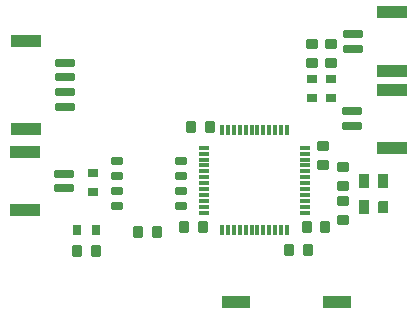
<source format=gbr>
%TF.GenerationSoftware,KiCad,Pcbnew,(6.0.1)*%
%TF.CreationDate,2022-12-05T15:25:32+08:00*%
%TF.ProjectId,IMU_base_V7.1,494d555f-6261-4736-955f-56372e312e6b,rev?*%
%TF.SameCoordinates,Original*%
%TF.FileFunction,Paste,Top*%
%TF.FilePolarity,Positive*%
%FSLAX46Y46*%
G04 Gerber Fmt 4.6, Leading zero omitted, Abs format (unit mm)*
G04 Created by KiCad (PCBNEW (6.0.1)) date 2022-12-05 15:25:32*
%MOMM*%
%LPD*%
G01*
G04 APERTURE LIST*
G04 Aperture macros list*
%AMRoundRect*
0 Rectangle with rounded corners*
0 $1 Rounding radius*
0 $2 $3 $4 $5 $6 $7 $8 $9 X,Y pos of 4 corners*
0 Add a 4 corners polygon primitive as box body*
4,1,4,$2,$3,$4,$5,$6,$7,$8,$9,$2,$3,0*
0 Add four circle primitives for the rounded corners*
1,1,$1+$1,$2,$3*
1,1,$1+$1,$4,$5*
1,1,$1+$1,$6,$7*
1,1,$1+$1,$8,$9*
0 Add four rect primitives between the rounded corners*
20,1,$1+$1,$2,$3,$4,$5,0*
20,1,$1+$1,$4,$5,$6,$7,0*
20,1,$1+$1,$6,$7,$8,$9,0*
20,1,$1+$1,$8,$9,$2,$3,0*%
%AMFreePoly0*
4,1,6,0.520000,0.261152,0.520000,-0.395000,-0.520000,-0.395000,-0.520000,0.395000,0.386152,0.395000,0.520000,0.261152,0.520000,0.261152,$1*%
G04 Aperture macros list end*
%ADD10RoundRect,0.000000X-0.425000X-0.340000X0.425000X-0.340000X0.425000X0.340000X-0.425000X0.340000X0*%
%ADD11RoundRect,0.000000X-0.400000X-0.320000X0.400000X-0.320000X0.400000X0.320000X-0.400000X0.320000X0*%
%ADD12RoundRect,0.000000X1.260000X0.450000X-1.260000X0.450000X-1.260000X-0.450000X1.260000X-0.450000X0*%
%ADD13RoundRect,0.000000X0.765000X0.270000X-0.765000X0.270000X-0.765000X-0.270000X0.765000X-0.270000X0*%
%ADD14RoundRect,0.000000X0.340000X-0.425000X0.340000X0.425000X-0.340000X0.425000X-0.340000X-0.425000X0*%
%ADD15RoundRect,0.000000X0.425000X0.340000X-0.425000X0.340000X-0.425000X-0.340000X0.425000X-0.340000X0*%
%ADD16RoundRect,0.000000X0.450000X0.270000X-0.450000X0.270000X-0.450000X-0.270000X0.450000X-0.270000X0*%
%ADD17RoundRect,0.000000X-0.340000X0.425000X-0.340000X-0.425000X0.340000X-0.425000X0.340000X0.425000X0*%
%ADD18FreePoly0,90.000000*%
%ADD19RoundRect,0.000000X0.420000X-0.520000X0.420000X0.520000X-0.420000X0.520000X-0.420000X-0.520000X0*%
%ADD20R,2.440000X1.120000*%
%ADD21RoundRect,0.000000X0.382500X0.135000X-0.382500X0.135000X-0.382500X-0.135000X0.382500X-0.135000X0*%
%ADD22RoundRect,0.000000X-0.135000X0.382500X-0.135000X-0.382500X0.135000X-0.382500X0.135000X0.382500X0*%
%ADD23RoundRect,0.000000X0.320000X-0.400000X0.320000X0.400000X-0.320000X0.400000X-0.320000X-0.400000X0*%
%ADD24RoundRect,0.000000X-0.765000X-0.270000X0.765000X-0.270000X0.765000X0.270000X-0.765000X0.270000X0*%
%ADD25RoundRect,0.000000X-1.260000X-0.450000X1.260000X-0.450000X1.260000X0.450000X-1.260000X0.450000X0*%
G04 APERTURE END LIST*
D10*
%TO.C,C16*%
X179050000Y-88900000D03*
X179050000Y-90500000D03*
%TD*%
D11*
%TO.C,120*%
X157900000Y-89400000D03*
X157900000Y-91000000D03*
%TD*%
D12*
%TO.C,J1*%
X152178000Y-85650000D03*
X152178000Y-78200000D03*
D13*
X155528000Y-80050000D03*
X155528000Y-81300000D03*
X155528000Y-82550000D03*
X155528000Y-83800000D03*
%TD*%
D14*
%TO.C,C2*%
X175950000Y-94000000D03*
X177550000Y-94000000D03*
%TD*%
D10*
%TO.C,LED1*%
X178000000Y-78500000D03*
X178000000Y-80100000D03*
%TD*%
D15*
%TO.C,C4*%
X177350000Y-88700000D03*
X177350000Y-87100000D03*
%TD*%
D14*
%TO.C,C14*%
X161700000Y-94400000D03*
X163300000Y-94400000D03*
%TD*%
D16*
%TO.C,U4*%
X165300000Y-92205000D03*
X165300000Y-90935000D03*
X165300000Y-89665000D03*
X165300000Y-88395000D03*
X159900000Y-88395000D03*
X159900000Y-89665000D03*
X159900000Y-90935000D03*
X159900000Y-92205000D03*
%TD*%
D17*
%TO.C,C5*%
X167750000Y-85500000D03*
X166150000Y-85500000D03*
%TD*%
D11*
%TO.C,R7*%
X176400000Y-81400000D03*
X176400000Y-83000000D03*
%TD*%
D10*
%TO.C,LED2*%
X176400000Y-78500000D03*
X176400000Y-80100000D03*
%TD*%
D13*
%TO.C,J6*%
X155450000Y-90700000D03*
X155450000Y-89450000D03*
D12*
X152100000Y-87600000D03*
X152100000Y-92550000D03*
%TD*%
D18*
%TO.C,X1*%
X182400000Y-92300000D03*
D19*
X182400000Y-90100000D03*
X180850000Y-90100000D03*
X180850000Y-92300000D03*
%TD*%
D20*
%TO.C,SW1*%
X178555000Y-100300000D03*
X169945000Y-100300000D03*
%TD*%
D21*
%TO.C,U2*%
X175800000Y-92750000D03*
X175800000Y-92250000D03*
X175800000Y-91750000D03*
X175800000Y-91250000D03*
X175800000Y-90750000D03*
X175800000Y-90250000D03*
X175800000Y-89750000D03*
X175800000Y-89250000D03*
X175800000Y-88750000D03*
X175800000Y-88250000D03*
X175800000Y-87750000D03*
X175800000Y-87250000D03*
D22*
X174300000Y-85750000D03*
X173800000Y-85750000D03*
X173300000Y-85750000D03*
X172800000Y-85750000D03*
X172300000Y-85750000D03*
X171800000Y-85750000D03*
X171300000Y-85750000D03*
X170800000Y-85750000D03*
X170300000Y-85750000D03*
X169800000Y-85750000D03*
X169300000Y-85750000D03*
X168800000Y-85750000D03*
D21*
X167300000Y-87250000D03*
X167300000Y-87750000D03*
X167300000Y-88250000D03*
X167300000Y-88750000D03*
X167300000Y-89250000D03*
X167300000Y-89750000D03*
X167300000Y-90250000D03*
X167300000Y-90750000D03*
X167300000Y-91250000D03*
X167300000Y-91750000D03*
X167300000Y-92250000D03*
X167300000Y-92750000D03*
D22*
X168800000Y-94250000D03*
X169300000Y-94250000D03*
X169800000Y-94250000D03*
X170300000Y-94250000D03*
X170800000Y-94250000D03*
X171300000Y-94250000D03*
X171800000Y-94250000D03*
X172300000Y-94250000D03*
X172800000Y-94250000D03*
X173300000Y-94250000D03*
X173800000Y-94250000D03*
X174300000Y-94250000D03*
%TD*%
D17*
%TO.C,C6*%
X167150000Y-94000000D03*
X165550000Y-94000000D03*
%TD*%
D23*
%TO.C,R2*%
X156550000Y-94200000D03*
X158150000Y-94200000D03*
%TD*%
D11*
%TO.C,R6*%
X178000000Y-81400000D03*
X178000000Y-83000000D03*
%TD*%
D24*
%TO.C,J4*%
X179800000Y-84175000D03*
X179800000Y-85425000D03*
D25*
X183150000Y-82325000D03*
X183150000Y-87275000D03*
%TD*%
D15*
%TO.C,C15*%
X179050000Y-93400000D03*
X179050000Y-91800000D03*
%TD*%
D14*
%TO.C,C1*%
X174450000Y-95900000D03*
X176050000Y-95900000D03*
%TD*%
D17*
%TO.C,3V3*%
X158150000Y-96000000D03*
X156550000Y-96000000D03*
%TD*%
D24*
%TO.C,J3*%
X179850000Y-77650000D03*
X179850000Y-78900000D03*
D25*
X183200000Y-80750000D03*
X183200000Y-75800000D03*
%TD*%
M02*

</source>
